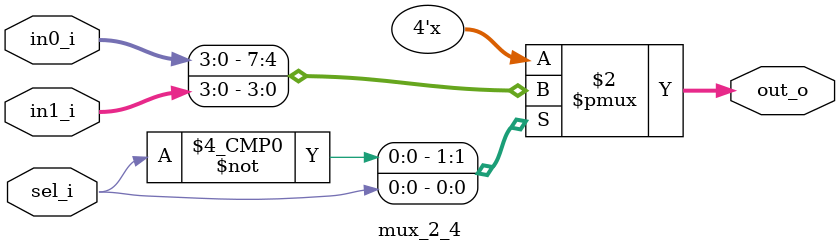
<source format=v>
`timescale 1ns / 1ps


module mux_2_4(
    input [3:0] in0_i,
    input [3:0] in1_i,
    input sel_i,
    output reg [3:0] out_o
);

always @(*)
begin
    case(sel_i)
        1'b0: out_o = in0_i;
        1'b1: out_o = in1_i;
    endcase
end

endmodule

</source>
